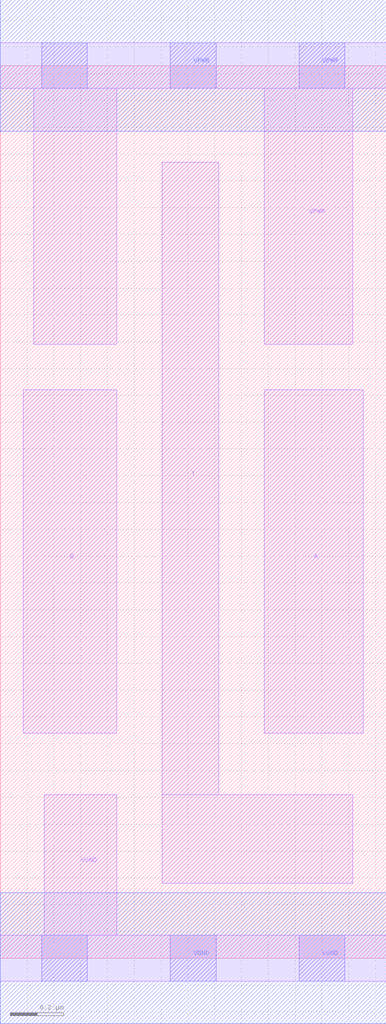
<source format=lef>
# Copyright 2020 The SkyWater PDK Authors
#
# Licensed under the Apache License, Version 2.0 (the "License");
# you may not use this file except in compliance with the License.
# You may obtain a copy of the License at
#
#     https://www.apache.org/licenses/LICENSE-2.0
#
# Unless required by applicable law or agreed to in writing, software
# distributed under the License is distributed on an "AS IS" BASIS,
# WITHOUT WARRANTIES OR CONDITIONS OF ANY KIND, either express or implied.
# See the License for the specific language governing permissions and
# limitations under the License.
#
# SPDX-License-Identifier: Apache-2.0

VERSION 5.7 ;
  NAMESCASESENSITIVE ON ;
  NOWIREEXTENSIONATPIN ON ;
  DIVIDERCHAR "/" ;
  BUSBITCHARS "[]" ;
UNITS
  DATABASE MICRONS 200 ;
END UNITS
MACRO sky130_fd_sc_lp__nand2_0
  CLASS CORE ;
  SOURCE USER ;
  FOREIGN sky130_fd_sc_lp__nand2_0 ;
  ORIGIN  0.000000  0.000000 ;
  SIZE  1.440000 BY  3.330000 ;
  SYMMETRY X Y R90 ;
  SITE unit ;
  PIN A
    ANTENNAGATEAREA  0.159000 ;
    DIRECTION INPUT ;
    USE SIGNAL ;
    PORT
      LAYER li1 ;
        RECT 0.985000 0.840000 1.355000 2.120000 ;
    END
  END A
  PIN B
    ANTENNAGATEAREA  0.159000 ;
    DIRECTION INPUT ;
    USE SIGNAL ;
    PORT
      LAYER li1 ;
        RECT 0.085000 0.840000 0.435000 2.120000 ;
    END
  END B
  PIN Y
    ANTENNADIFFAREA  0.290500 ;
    DIRECTION OUTPUT ;
    USE SIGNAL ;
    PORT
      LAYER li1 ;
        RECT 0.605000 0.280000 1.315000 0.610000 ;
        RECT 0.605000 0.610000 0.815000 2.970000 ;
    END
  END Y
  PIN VGND
    DIRECTION INOUT ;
    USE GROUND ;
    PORT
      LAYER li1 ;
        RECT 0.000000 -0.085000 1.440000 0.085000 ;
        RECT 0.165000  0.085000 0.435000 0.610000 ;
      LAYER mcon ;
        RECT 0.155000 -0.085000 0.325000 0.085000 ;
        RECT 0.635000 -0.085000 0.805000 0.085000 ;
        RECT 1.115000 -0.085000 1.285000 0.085000 ;
      LAYER met1 ;
        RECT 0.000000 -0.245000 1.440000 0.245000 ;
    END
  END VGND
  PIN VPWR
    DIRECTION INOUT ;
    USE POWER ;
    PORT
      LAYER li1 ;
        RECT 0.000000 3.245000 1.440000 3.415000 ;
        RECT 0.125000 2.290000 0.435000 3.245000 ;
        RECT 0.985000 2.290000 1.315000 3.245000 ;
      LAYER mcon ;
        RECT 0.155000 3.245000 0.325000 3.415000 ;
        RECT 0.635000 3.245000 0.805000 3.415000 ;
        RECT 1.115000 3.245000 1.285000 3.415000 ;
      LAYER met1 ;
        RECT 0.000000 3.085000 1.440000 3.575000 ;
    END
  END VPWR
END sky130_fd_sc_lp__nand2_0

</source>
